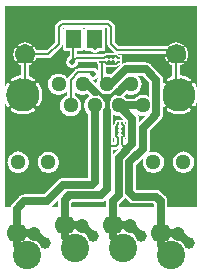
<source format=gbr>
G04 start of page 4 for group 2 idx 13 *
G04 Title: (unknown), jump *
G04 Creator: pcb 4.2.0 *
G04 CreationDate: Sun Aug 30 22:39:59 2020 UTC *
G04 For: commonadmin *
G04 Format: Gerber/RS-274X *
G04 PCB-Dimensions (mil): 1000.00 1250.00 *
G04 PCB-Coordinate-Origin: lower left *
%MOIN*%
%FSLAX25Y25*%
%LNBOTTOM*%
%ADD46C,0.0197*%
%ADD45C,0.0295*%
%ADD44C,0.0787*%
%ADD43C,0.0354*%
%ADD42C,0.0492*%
%ADD41C,0.0100*%
%ADD40C,0.0200*%
%ADD39C,0.0394*%
%ADD38C,0.0472*%
%ADD37C,0.0945*%
%ADD36C,0.0512*%
%ADD35C,0.1102*%
%ADD34C,0.0669*%
%ADD33C,0.0160*%
%ADD32C,0.0140*%
%ADD31C,0.0060*%
%ADD30C,0.0250*%
%ADD29C,0.0001*%
G54D29*G36*
X74487Y99004D02*X74514Y98800D01*
X74528Y98504D01*
X74514Y98208D01*
X74487Y98004D01*
Y99004D01*
G37*
G36*
Y114500D02*X78000D01*
Y87456D01*
X77860Y87789D01*
X77590Y88299D01*
X77277Y88782D01*
X77226Y88844D01*
X77166Y88896D01*
X77099Y88938D01*
X77026Y88969D01*
X76949Y88988D01*
X76869Y88995D01*
X76790Y88990D01*
X76712Y88972D01*
X76639Y88942D01*
X76571Y88901D01*
X76510Y88850D01*
X76457Y88790D01*
X76415Y88723D01*
X76384Y88650D01*
X76365Y88572D01*
X76358Y88493D01*
X76363Y88414D01*
X76381Y88336D01*
X76411Y88263D01*
X76453Y88195D01*
X76722Y87789D01*
X76950Y87359D01*
X77139Y86909D01*
X77287Y86445D01*
X77394Y85970D01*
X77459Y85487D01*
X77480Y85000D01*
X77459Y84513D01*
X77394Y84030D01*
X77287Y83555D01*
X77139Y83091D01*
X76950Y82641D01*
X76722Y82211D01*
X76457Y81802D01*
X76416Y81735D01*
X76386Y81662D01*
X76369Y81585D01*
X76363Y81507D01*
X76370Y81428D01*
X76389Y81352D01*
X76420Y81280D01*
X76462Y81213D01*
X76513Y81154D01*
X76574Y81103D01*
X76641Y81063D01*
X76714Y81033D01*
X76791Y81015D01*
X76869Y81010D01*
X76948Y81017D01*
X77024Y81036D01*
X77096Y81067D01*
X77163Y81109D01*
X77223Y81160D01*
X77272Y81221D01*
X77590Y81701D01*
X77860Y82211D01*
X78000Y82544D01*
Y47500D01*
X74487D01*
Y59086D01*
X74647Y59124D01*
X75164Y59339D01*
X75642Y59631D01*
X76068Y59995D01*
X76432Y60421D01*
X76724Y60899D01*
X76939Y61416D01*
X77069Y61961D01*
X77102Y62520D01*
X77069Y63078D01*
X76939Y63623D01*
X76724Y64140D01*
X76432Y64618D01*
X76068Y65044D01*
X75642Y65408D01*
X75164Y65701D01*
X74647Y65915D01*
X74487Y65953D01*
Y78995D01*
X74758Y79109D01*
X75267Y79378D01*
X75751Y79691D01*
X75812Y79742D01*
X75864Y79802D01*
X75907Y79870D01*
X75938Y79943D01*
X75957Y80020D01*
X75964Y80099D01*
X75958Y80178D01*
X75941Y80256D01*
X75911Y80330D01*
X75870Y80398D01*
X75819Y80459D01*
X75759Y80511D01*
X75691Y80553D01*
X75618Y80584D01*
X75541Y80604D01*
X75462Y80611D01*
X75382Y80605D01*
X75305Y80587D01*
X75231Y80558D01*
X75164Y80515D01*
X74758Y80246D01*
X74487Y80103D01*
Y89897D01*
X74758Y89754D01*
X75167Y89489D01*
X75233Y89447D01*
X75306Y89418D01*
X75383Y89400D01*
X75462Y89395D01*
X75540Y89402D01*
X75616Y89421D01*
X75689Y89451D01*
X75756Y89493D01*
X75815Y89545D01*
X75865Y89605D01*
X75906Y89673D01*
X75935Y89746D01*
X75953Y89822D01*
X75958Y89901D01*
X75952Y89979D01*
X75932Y90056D01*
X75902Y90128D01*
X75860Y90195D01*
X75808Y90254D01*
X75747Y90303D01*
X75267Y90622D01*
X74758Y90891D01*
X74487Y91005D01*
Y96352D01*
X74585Y96500D01*
X74749Y96809D01*
X74885Y97132D01*
X74992Y97465D01*
X75069Y97807D01*
X75116Y98154D01*
X75131Y98504D01*
X75116Y98854D01*
X75069Y99201D01*
X74992Y99543D01*
X74885Y99876D01*
X74749Y100199D01*
X74585Y100508D01*
X74487Y100659D01*
Y114500D01*
G37*
G36*
Y80103D02*X74327Y80018D01*
X73878Y79829D01*
X73538Y79721D01*
Y90279D01*
X73878Y90171D01*
X74327Y89982D01*
X74487Y89897D01*
Y80103D01*
G37*
G36*
Y65953D02*X74102Y66046D01*
X73543Y66090D01*
X73538Y66089D01*
Y78678D01*
X73678Y78710D01*
X74227Y78885D01*
X74487Y78995D01*
Y65953D01*
G37*
G36*
Y47500D02*X73538D01*
Y58950D01*
X73543Y58950D01*
X74102Y58994D01*
X74487Y59086D01*
Y47500D01*
G37*
G36*
X73538Y114500D02*X74487D01*
Y100659D01*
X74394Y100802D01*
X74364Y100839D01*
X74328Y100870D01*
X74287Y100895D01*
X74243Y100914D01*
X74197Y100925D01*
X74149Y100929D01*
X74102Y100926D01*
X74055Y100915D01*
X74011Y100897D01*
X73970Y100873D01*
X73934Y100842D01*
X73902Y100806D01*
X73877Y100765D01*
X73858Y100721D01*
X73847Y100675D01*
X73843Y100627D01*
X73846Y100580D01*
X73857Y100533D01*
X73875Y100489D01*
X73900Y100449D01*
X74065Y100202D01*
X74204Y99940D01*
X74319Y99666D01*
X74410Y99384D01*
X74475Y99094D01*
X74487Y99004D01*
Y98004D01*
X74475Y97913D01*
X74410Y97624D01*
X74319Y97341D01*
X74204Y97068D01*
X74065Y96806D01*
X73903Y96557D01*
X73878Y96517D01*
X73860Y96474D01*
X73849Y96428D01*
X73846Y96380D01*
X73850Y96333D01*
X73862Y96288D01*
X73880Y96244D01*
X73905Y96204D01*
X73936Y96168D01*
X73972Y96138D01*
X74012Y96114D01*
X74056Y96096D01*
X74102Y96085D01*
X74149Y96082D01*
X74196Y96086D01*
X74242Y96097D01*
X74286Y96116D01*
X74326Y96141D01*
X74361Y96171D01*
X74391Y96208D01*
X74487Y96352D01*
Y91005D01*
X74227Y91115D01*
X73678Y91290D01*
X73538Y91322D01*
Y95347D01*
X73547Y95357D01*
X73572Y95398D01*
X73591Y95442D01*
X73602Y95488D01*
X73607Y95536D01*
X73603Y95583D01*
X73592Y95630D01*
X73574Y95674D01*
X73550Y95715D01*
X73538Y95729D01*
Y101284D01*
X73547Y101295D01*
X73571Y101335D01*
X73589Y101379D01*
X73600Y101425D01*
X73603Y101472D01*
X73599Y101519D01*
X73588Y101565D01*
X73569Y101609D01*
X73544Y101649D01*
X73538Y101656D01*
Y114500D01*
G37*
G36*
Y95729D02*X73519Y95751D01*
X73483Y95783D01*
X73442Y95808D01*
X73399Y95827D01*
X73352Y95838D01*
X73305Y95842D01*
X73257Y95839D01*
X73211Y95828D01*
X73166Y95810D01*
X73126Y95785D01*
X72879Y95620D01*
X72617Y95481D01*
X72481Y95424D01*
Y98453D01*
X72485Y98504D01*
X72469Y98708D01*
X72469Y98708D01*
X72433Y98859D01*
X72421Y98907D01*
X72389Y98985D01*
X72343Y99096D01*
X72302Y99164D01*
X72236Y99270D01*
X72236Y99271D01*
X72103Y99426D01*
X72064Y99459D01*
X70640Y100883D01*
X70607Y100922D01*
X70452Y101055D01*
X70452Y101055D01*
X70345Y101120D01*
X70277Y101162D01*
X70166Y101208D01*
X70088Y101240D01*
X70040Y101252D01*
X69889Y101288D01*
X69889Y101288D01*
X69685Y101304D01*
X69634Y101300D01*
X69352D01*
X69483Y101388D01*
X69745Y101527D01*
X70019Y101642D01*
X70301Y101733D01*
X70591Y101798D01*
X70885Y101837D01*
X71181Y101850D01*
X71478Y101837D01*
X71772Y101798D01*
X72061Y101733D01*
X72344Y101642D01*
X72617Y101527D01*
X72879Y101388D01*
X73128Y101226D01*
X73168Y101201D01*
X73212Y101183D01*
X73257Y101172D01*
X73305Y101169D01*
X73352Y101173D01*
X73397Y101184D01*
X73441Y101203D01*
X73481Y101228D01*
X73517Y101259D01*
X73538Y101284D01*
Y95729D01*
G37*
G36*
Y91322D02*X73115Y91416D01*
X72544Y91493D01*
X72481Y91495D01*
Y94776D01*
X72553Y94800D01*
X72876Y94936D01*
X73185Y95100D01*
X73479Y95291D01*
X73516Y95321D01*
X73538Y95347D01*
Y91322D01*
G37*
G36*
Y47500D02*X68219D01*
Y49412D01*
X68225Y49500D01*
X68198Y49853D01*
X68115Y50197D01*
X68075Y50293D01*
X67979Y50525D01*
X67865Y50712D01*
X67794Y50827D01*
X67794Y50827D01*
X67564Y51096D01*
X67497Y51153D01*
X66122Y52529D01*
X66064Y52596D01*
X65795Y52826D01*
X65795Y52826D01*
X65680Y52896D01*
X65493Y53011D01*
X65262Y53107D01*
X65166Y53146D01*
X64822Y53229D01*
X64469Y53257D01*
X64380Y53250D01*
X57900D01*
X57719Y53432D01*
Y61537D01*
X60324Y64142D01*
X60323Y64140D01*
X60109Y63623D01*
X59978Y63078D01*
X59934Y62520D01*
X59978Y61961D01*
X60109Y61416D01*
X60323Y60899D01*
X60616Y60421D01*
X60980Y59995D01*
X61406Y59631D01*
X61883Y59339D01*
X62401Y59124D01*
X62945Y58994D01*
X63504Y58950D01*
X64062Y58994D01*
X64607Y59124D01*
X65125Y59339D01*
X65602Y59631D01*
X66028Y59995D01*
X66392Y60421D01*
X66685Y60899D01*
X66899Y61416D01*
X67030Y61961D01*
X67063Y62520D01*
X67030Y63078D01*
X66899Y63623D01*
X66685Y64140D01*
X66392Y64618D01*
X66028Y65044D01*
X65602Y65408D01*
X65125Y65701D01*
X64607Y65915D01*
X64062Y66046D01*
X63504Y66090D01*
X62945Y66046D01*
X62401Y65915D01*
X61883Y65701D01*
X61812Y65657D01*
X61826Y65673D01*
X61826Y65673D01*
X62011Y65975D01*
X62146Y66303D01*
X62229Y66647D01*
X62257Y67000D01*
X62250Y67088D01*
Y73068D01*
X64497Y75315D01*
X64564Y75373D01*
X64794Y75642D01*
X64794Y75642D01*
X64798Y75647D01*
X65997Y76847D01*
X66064Y76904D01*
X66294Y77173D01*
X66294Y77173D01*
X66479Y77475D01*
X66615Y77803D01*
X66698Y78147D01*
X66725Y78500D01*
X66719Y78588D01*
Y81150D01*
X66771Y81104D01*
X66838Y81062D01*
X66911Y81031D01*
X66988Y81012D01*
X67068Y81005D01*
X67147Y81010D01*
X67225Y81028D01*
X67298Y81058D01*
X67366Y81099D01*
X67427Y81150D01*
X67480Y81210D01*
X67522Y81277D01*
X67553Y81350D01*
X67572Y81428D01*
X67579Y81507D01*
X67574Y81586D01*
X67556Y81664D01*
X67526Y81737D01*
X67484Y81805D01*
X67215Y82211D01*
X66987Y82641D01*
X66798Y83091D01*
X66719Y83339D01*
Y86661D01*
X66798Y86909D01*
X66987Y87359D01*
X67215Y87789D01*
X67480Y88198D01*
X67521Y88265D01*
X67551Y88338D01*
X67568Y88415D01*
X67574Y88493D01*
X67567Y88572D01*
X67548Y88648D01*
X67517Y88720D01*
X67475Y88787D01*
X67424Y88846D01*
X67363Y88897D01*
X67296Y88937D01*
X67223Y88967D01*
X67146Y88985D01*
X67068Y88990D01*
X66989Y88983D01*
X66913Y88964D01*
X66841Y88933D01*
X66774Y88891D01*
X66719Y88843D01*
Y89912D01*
X66725Y90000D01*
X66698Y90353D01*
X66615Y90697D01*
X66575Y90793D01*
X66479Y91025D01*
X66365Y91212D01*
X66294Y91327D01*
X66294Y91327D01*
X66064Y91596D01*
X65997Y91653D01*
X62622Y95029D01*
X62564Y95096D01*
X62295Y95326D01*
X62295Y95326D01*
X62180Y95396D01*
X61993Y95511D01*
X61762Y95607D01*
X61666Y95646D01*
X61322Y95729D01*
X60969Y95757D01*
X60880Y95750D01*
X54557D01*
X54469Y95757D01*
X54115Y95729D01*
X53771Y95646D01*
X53444Y95511D01*
X53142Y95326D01*
X53142Y95326D01*
X52873Y95096D01*
X52815Y95029D01*
X49541Y91754D01*
X49095Y91939D01*
X48551Y92069D01*
X47992Y92113D01*
X47800Y92098D01*
Y94405D01*
X47900Y94397D01*
X47939Y94400D01*
X48061D01*
X48100Y94397D01*
X48139Y94400D01*
X49261D01*
X49300Y94397D01*
X49339Y94400D01*
X49461D01*
X49500Y94397D01*
X49539Y94400D01*
X50661D01*
X50700Y94397D01*
X50739Y94400D01*
X50961D01*
X51000Y94397D01*
X51157Y94409D01*
X51157Y94409D01*
X51310Y94446D01*
X51455Y94506D01*
X51590Y94588D01*
X51709Y94691D01*
X51735Y94721D01*
X52018Y95004D01*
X52510Y95006D01*
X52617Y95032D01*
X52719Y95074D01*
X52813Y95132D01*
X52896Y95204D01*
X52968Y95287D01*
X53026Y95381D01*
X53068Y95483D01*
X53094Y95590D01*
X53100Y95700D01*
X53094Y96410D01*
X53068Y96517D01*
X53026Y96619D01*
X53006Y96650D01*
X53026Y96681D01*
X53068Y96783D01*
X53094Y96890D01*
X53100Y97000D01*
X53094Y97710D01*
X53068Y97817D01*
X53026Y97919D01*
X52968Y98013D01*
X52896Y98096D01*
X52813Y98168D01*
X52719Y98226D01*
X52617Y98268D01*
X52510Y98294D01*
X52400Y98300D01*
X52016Y98298D01*
X51635Y98679D01*
X51617Y98700D01*
X67239D01*
X67231Y98504D01*
X67246Y98154D01*
X67293Y97807D01*
X67370Y97465D01*
X67477Y97132D01*
X67613Y96809D01*
X67777Y96500D01*
X67968Y96206D01*
X67998Y96169D01*
X68034Y96138D01*
X68075Y96113D01*
X68119Y96094D01*
X68165Y96083D01*
X68213Y96078D01*
X68260Y96082D01*
X68307Y96093D01*
X68351Y96111D01*
X68392Y96135D01*
X68429Y96166D01*
X68460Y96202D01*
X68485Y96243D01*
X68504Y96287D01*
X68515Y96333D01*
X68519Y96380D01*
X68516Y96428D01*
X68505Y96475D01*
X68487Y96519D01*
X68462Y96559D01*
X68297Y96806D01*
X68158Y97068D01*
X68043Y97341D01*
X67952Y97624D01*
X67887Y97913D01*
X67848Y98208D01*
X67835Y98504D01*
X67843Y98700D01*
X69147D01*
X69881Y97965D01*
Y95424D01*
X69745Y95481D01*
X69483Y95620D01*
X69234Y95782D01*
X69194Y95807D01*
X69151Y95825D01*
X69105Y95836D01*
X69058Y95839D01*
X69011Y95835D01*
X68965Y95823D01*
X68921Y95805D01*
X68881Y95780D01*
X68845Y95749D01*
X68815Y95713D01*
X68791Y95673D01*
X68773Y95629D01*
X68762Y95583D01*
X68759Y95536D01*
X68763Y95489D01*
X68774Y95443D01*
X68793Y95399D01*
X68818Y95359D01*
X68849Y95324D01*
X68885Y95294D01*
X69177Y95100D01*
X69486Y94936D01*
X69809Y94800D01*
X69881Y94776D01*
Y91169D01*
X69710Y91115D01*
X69179Y90891D01*
X68670Y90622D01*
X68186Y90309D01*
X68125Y90258D01*
X68073Y90198D01*
X68030Y90130D01*
X67999Y90057D01*
X67980Y89980D01*
X67973Y89901D01*
X67979Y89822D01*
X67996Y89744D01*
X68026Y89670D01*
X68067Y89602D01*
X68118Y89541D01*
X68178Y89489D01*
X68246Y89447D01*
X68319Y89416D01*
X68396Y89396D01*
X68475Y89389D01*
X68555Y89395D01*
X68632Y89413D01*
X68706Y89442D01*
X68773Y89485D01*
X69179Y89754D01*
X69610Y89982D01*
X69881Y90096D01*
Y85838D01*
X69877Y85787D01*
X69893Y85584D01*
X69893Y85583D01*
X69941Y85384D01*
X70019Y85195D01*
X70060Y85129D01*
X70126Y85021D01*
X70126Y85021D01*
X70259Y84865D01*
X70298Y84832D01*
X71049Y84081D01*
X71202Y83945D01*
X71376Y83838D01*
X71566Y83760D01*
X71765Y83712D01*
X71969Y83696D01*
X72172Y83712D01*
X72371Y83760D01*
X72561Y83838D01*
X72735Y83945D01*
X72891Y84078D01*
X73023Y84234D01*
X73130Y84408D01*
X73209Y84597D01*
X73256Y84796D01*
X73273Y85000D01*
X73256Y85204D01*
X73209Y85403D01*
X73130Y85592D01*
X73023Y85766D01*
X72888Y85919D01*
X72481Y86326D01*
Y90487D01*
X72938Y90426D01*
X73414Y90319D01*
X73538Y90279D01*
Y79721D01*
X73414Y79681D01*
X72938Y79574D01*
X72455Y79510D01*
X71969Y79488D01*
X71482Y79510D01*
X70999Y79574D01*
X70523Y79681D01*
X70059Y79829D01*
X69610Y80018D01*
X69179Y80246D01*
X68770Y80511D01*
X68704Y80553D01*
X68631Y80582D01*
X68554Y80600D01*
X68475Y80605D01*
X68397Y80598D01*
X68321Y80579D01*
X68248Y80549D01*
X68181Y80507D01*
X68122Y80455D01*
X68072Y80395D01*
X68031Y80327D01*
X68002Y80254D01*
X67984Y80178D01*
X67979Y80099D01*
X67985Y80021D01*
X68005Y79944D01*
X68035Y79872D01*
X68077Y79805D01*
X68129Y79746D01*
X68190Y79697D01*
X68670Y79378D01*
X69179Y79109D01*
X69710Y78885D01*
X70259Y78710D01*
X70822Y78584D01*
X71393Y78507D01*
X71969Y78482D01*
X72544Y78507D01*
X73115Y78584D01*
X73538Y78678D01*
Y66089D01*
X72985Y66046D01*
X72440Y65915D01*
X71923Y65701D01*
X71445Y65408D01*
X71019Y65044D01*
X70655Y64618D01*
X70362Y64140D01*
X70148Y63623D01*
X70017Y63078D01*
X69973Y62520D01*
X70017Y61961D01*
X70148Y61416D01*
X70362Y60899D01*
X70655Y60421D01*
X71019Y59995D01*
X71445Y59631D01*
X71923Y59339D01*
X72440Y59124D01*
X72985Y58994D01*
X73538Y58950D01*
Y47500D01*
G37*
G36*
X20786Y114500D02*X73538D01*
Y101656D01*
X73514Y101684D01*
X73477Y101714D01*
X73185Y101908D01*
X72876Y102072D01*
X72553Y102208D01*
X72220Y102315D01*
X71878Y102392D01*
X71531Y102439D01*
X71181Y102454D01*
X70831Y102439D01*
X70484Y102392D01*
X70142Y102315D01*
X69809Y102208D01*
X69486Y102072D01*
X69177Y101908D01*
X68883Y101717D01*
X68846Y101687D01*
X68815Y101651D01*
X68790Y101610D01*
X68771Y101566D01*
X68760Y101520D01*
X68756Y101472D01*
X68759Y101425D01*
X68770Y101378D01*
X68788Y101334D01*
X68808Y101300D01*
X52007D01*
X50769Y102538D01*
Y107449D01*
X50773Y107500D01*
X50756Y107704D01*
X50756Y107704D01*
X50720Y107855D01*
X50709Y107903D01*
X50676Y107981D01*
X50630Y108092D01*
X50589Y108160D01*
X50523Y108266D01*
X50523Y108267D01*
X50391Y108422D01*
X50352Y108455D01*
X49424Y109383D01*
X49391Y109422D01*
X49235Y109555D01*
X49235Y109555D01*
X49128Y109620D01*
X49061Y109662D01*
X48950Y109708D01*
X48871Y109740D01*
X48824Y109752D01*
X48672Y109788D01*
X48672Y109788D01*
X48469Y109804D01*
X48418Y109800D01*
X33019D01*
X32969Y109804D01*
X32765Y109788D01*
X32566Y109740D01*
X32376Y109662D01*
X32202Y109555D01*
X32202Y109555D01*
X32046Y109422D01*
X32013Y109383D01*
X31085Y108455D01*
X31046Y108422D01*
X30914Y108266D01*
X30807Y108092D01*
X30728Y107903D01*
X30681Y107704D01*
X30681Y107704D01*
X30664Y107500D01*
X30669Y107449D01*
Y102538D01*
X27934Y99804D01*
X24515D01*
X24492Y99876D01*
X24356Y100199D01*
X24191Y100508D01*
X24001Y100802D01*
X23970Y100839D01*
X23934Y100870D01*
X23893Y100895D01*
X23850Y100914D01*
X23803Y100925D01*
X23756Y100929D01*
X23708Y100926D01*
X23662Y100915D01*
X23617Y100897D01*
X23576Y100873D01*
X23540Y100842D01*
X23509Y100806D01*
X23483Y100765D01*
X23465Y100721D01*
X23453Y100675D01*
X23449Y100627D01*
X23453Y100580D01*
X23463Y100533D01*
X23481Y100489D01*
X23507Y100449D01*
X23671Y100202D01*
X23810Y99940D01*
X23867Y99804D01*
X20838D01*
X20787Y99808D01*
X20786Y99808D01*
Y101850D01*
X20787Y101850D01*
X21084Y101837D01*
X21378Y101798D01*
X21667Y101733D01*
X21950Y101642D01*
X22223Y101527D01*
X22485Y101388D01*
X22734Y101226D01*
X22774Y101201D01*
X22818Y101183D01*
X22864Y101172D01*
X22911Y101169D01*
X22958Y101173D01*
X23004Y101184D01*
X23047Y101203D01*
X23087Y101228D01*
X23123Y101259D01*
X23153Y101295D01*
X23178Y101335D01*
X23196Y101379D01*
X23206Y101425D01*
X23210Y101472D01*
X23206Y101519D01*
X23194Y101565D01*
X23176Y101609D01*
X23151Y101649D01*
X23120Y101684D01*
X23083Y101714D01*
X22792Y101908D01*
X22482Y102072D01*
X22160Y102208D01*
X21826Y102315D01*
X21484Y102392D01*
X21137Y102439D01*
X20787Y102454D01*
X20786Y102454D01*
Y114500D01*
G37*
G36*
X25454Y85761D02*X25490Y85487D01*
X25512Y85000D01*
X25490Y84513D01*
X25454Y84239D01*
Y85761D01*
G37*
G36*
X37245Y84770D02*Y86243D01*
X37436Y86019D01*
X37862Y85655D01*
X38340Y85362D01*
X38857Y85148D01*
X39402Y85017D01*
X39961Y84973D01*
X40519Y85017D01*
X41064Y85148D01*
X41470Y85316D01*
X42227Y84559D01*
X41878Y84345D01*
X41452Y83981D01*
X41088Y83555D01*
X40795Y83077D01*
X40581Y82560D01*
X40450Y82015D01*
X40406Y81457D01*
X40450Y80898D01*
X40581Y80353D01*
X40795Y79836D01*
X41088Y79358D01*
X41452Y78932D01*
X41726Y78698D01*
Y57250D01*
X33557D01*
X33469Y57257D01*
X33115Y57229D01*
X32771Y57146D01*
X32444Y57011D01*
X32142Y56826D01*
X32142Y56826D01*
X31873Y56596D01*
X31815Y56529D01*
X27037Y51750D01*
X25454D01*
Y60621D01*
X25576Y60421D01*
X25940Y59995D01*
X26366Y59631D01*
X26844Y59339D01*
X27361Y59124D01*
X27906Y58994D01*
X28465Y58950D01*
X29023Y58994D01*
X29568Y59124D01*
X30085Y59339D01*
X30563Y59631D01*
X30989Y59995D01*
X31353Y60421D01*
X31645Y60899D01*
X31860Y61416D01*
X31991Y61961D01*
X32024Y62520D01*
X31991Y63078D01*
X31860Y63623D01*
X31645Y64140D01*
X31353Y64618D01*
X30989Y65044D01*
X30563Y65408D01*
X30085Y65701D01*
X29568Y65915D01*
X29023Y66046D01*
X28465Y66090D01*
X27906Y66046D01*
X27361Y65915D01*
X26844Y65701D01*
X26366Y65408D01*
X25940Y65044D01*
X25576Y64618D01*
X25454Y64418D01*
Y81448D01*
X25622Y81701D01*
X25891Y82211D01*
X26115Y82742D01*
X26290Y83291D01*
X26416Y83853D01*
X26493Y84424D01*
X26518Y85000D01*
X26493Y85576D01*
X26416Y86147D01*
X26290Y86709D01*
X26115Y87258D01*
X25891Y87789D01*
X25622Y88299D01*
X25454Y88558D01*
Y97204D01*
X28422D01*
X28472Y97200D01*
X28676Y97216D01*
X28676Y97216D01*
X28875Y97264D01*
X29064Y97342D01*
X29239Y97449D01*
X29395Y97582D01*
X29428Y97621D01*
X32852Y101045D01*
X32891Y101078D01*
X33023Y101233D01*
X33023Y101234D01*
X33130Y101408D01*
X33209Y101597D01*
X33256Y101796D01*
X33273Y102000D01*
X33269Y102051D01*
Y106962D01*
X33507Y107200D01*
X33660D01*
X33614Y107161D01*
X33512Y107042D01*
X33430Y106907D01*
X33370Y106762D01*
X33333Y106609D01*
X33324Y106452D01*
X33333Y100391D01*
X33370Y100238D01*
X33430Y100093D01*
X33512Y99958D01*
X33614Y99839D01*
X33734Y99736D01*
X33868Y99654D01*
X34014Y99594D01*
X34167Y99557D01*
X34324Y99548D01*
X35583Y99550D01*
Y97798D01*
X35558Y97788D01*
X35289Y97623D01*
X35050Y97419D01*
X34845Y97179D01*
X34681Y96911D01*
X34561Y96620D01*
X34487Y96314D01*
X34462Y96000D01*
X34487Y95686D01*
X34561Y95380D01*
X34681Y95089D01*
X34845Y94821D01*
X35050Y94581D01*
X35289Y94377D01*
X35558Y94212D01*
X35849Y94092D01*
X36155Y94019D01*
X36469Y93994D01*
X36782Y94019D01*
X37088Y94092D01*
X37379Y94212D01*
X37648Y94377D01*
X37887Y94581D01*
X38092Y94821D01*
X38256Y95089D01*
X38376Y95380D01*
X38450Y95686D01*
X38469Y96000D01*
X44703D01*
X44706Y95590D01*
X44732Y95483D01*
X44774Y95381D01*
X44832Y95287D01*
X44904Y95204D01*
X44987Y95132D01*
X45081Y95074D01*
X45183Y95032D01*
X45200Y95028D01*
Y93002D01*
X45092Y93179D01*
X44887Y93419D01*
X44648Y93623D01*
X44379Y93788D01*
X44088Y93908D01*
X43782Y93981D01*
X43469Y94006D01*
X43155Y93981D01*
X42849Y93908D01*
X42588Y93800D01*
X38519D01*
X38469Y93804D01*
X38265Y93788D01*
X38066Y93740D01*
X37876Y93662D01*
X37702Y93555D01*
X37702Y93555D01*
X37546Y93422D01*
X37513Y93383D01*
X35062Y90932D01*
X35023Y90898D01*
X34890Y90743D01*
X34823Y90633D01*
X34817Y90642D01*
X34454Y91068D01*
X34028Y91432D01*
X33550Y91724D01*
X33032Y91939D01*
X32488Y92069D01*
X31929Y92113D01*
X31371Y92069D01*
X30826Y91939D01*
X30308Y91724D01*
X29831Y91432D01*
X29405Y91068D01*
X29041Y90642D01*
X28748Y90164D01*
X28534Y89647D01*
X28403Y89102D01*
X28359Y88543D01*
X28403Y87985D01*
X28534Y87440D01*
X28748Y86923D01*
X29041Y86445D01*
X29405Y86019D01*
X29831Y85655D01*
X30308Y85362D01*
X30826Y85148D01*
X31371Y85017D01*
X31929Y84973D01*
X32488Y85017D01*
X33032Y85148D01*
X33550Y85362D01*
X34028Y85655D01*
X34454Y86019D01*
X34645Y86243D01*
Y84770D01*
X34324Y84638D01*
X33846Y84345D01*
X33420Y83981D01*
X33057Y83555D01*
X32764Y83077D01*
X32550Y82560D01*
X32419Y82015D01*
X32375Y81457D01*
X32419Y80898D01*
X32550Y80353D01*
X32764Y79836D01*
X33057Y79358D01*
X33420Y78932D01*
X33846Y78568D01*
X34324Y78276D01*
X34842Y78061D01*
X35386Y77931D01*
X35945Y77887D01*
X36503Y77931D01*
X37048Y78061D01*
X37566Y78276D01*
X38043Y78568D01*
X38469Y78932D01*
X38833Y79358D01*
X39126Y79836D01*
X39340Y80353D01*
X39471Y80898D01*
X39504Y81457D01*
X39471Y82015D01*
X39340Y82560D01*
X39126Y83077D01*
X38833Y83555D01*
X38469Y83981D01*
X38043Y84345D01*
X37566Y84638D01*
X37245Y84770D01*
G37*
G36*
X25454Y51750D02*X20786D01*
Y59855D01*
X20950Y59995D01*
X21313Y60421D01*
X21606Y60899D01*
X21820Y61416D01*
X21951Y61961D01*
X21984Y62520D01*
X21951Y63078D01*
X21820Y63623D01*
X21606Y64140D01*
X21313Y64618D01*
X20950Y65044D01*
X20786Y65184D01*
Y78535D01*
X21147Y78584D01*
X21709Y78710D01*
X22258Y78885D01*
X22789Y79109D01*
X23299Y79378D01*
X23782Y79691D01*
X23844Y79742D01*
X23896Y79802D01*
X23938Y79870D01*
X23969Y79943D01*
X23988Y80020D01*
X23995Y80099D01*
X23990Y80178D01*
X23972Y80256D01*
X23942Y80330D01*
X23901Y80398D01*
X23850Y80459D01*
X23790Y80511D01*
X23723Y80553D01*
X23650Y80584D01*
X23572Y80604D01*
X23493Y80611D01*
X23414Y80605D01*
X23336Y80587D01*
X23263Y80558D01*
X23195Y80515D01*
X22789Y80246D01*
X22359Y80018D01*
X21909Y79829D01*
X21445Y79681D01*
X20970Y79574D01*
X20786Y79550D01*
Y83962D01*
X20919Y84081D01*
X21671Y84832D01*
X21709Y84865D01*
X21842Y85021D01*
X21842Y85021D01*
X21949Y85195D01*
X22028Y85384D01*
X22075Y85583D01*
X22091Y85787D01*
X22087Y85838D01*
Y90096D01*
X22359Y89982D01*
X22789Y89754D01*
X23198Y89489D01*
X23265Y89447D01*
X23338Y89418D01*
X23415Y89400D01*
X23493Y89395D01*
X23572Y89402D01*
X23648Y89421D01*
X23720Y89451D01*
X23787Y89493D01*
X23846Y89545D01*
X23897Y89605D01*
X23937Y89673D01*
X23967Y89746D01*
X23985Y89822D01*
X23990Y89901D01*
X23983Y89979D01*
X23964Y90056D01*
X23933Y90128D01*
X23891Y90195D01*
X23840Y90254D01*
X23779Y90303D01*
X23299Y90622D01*
X22789Y90891D01*
X22258Y91115D01*
X22087Y91169D01*
Y94776D01*
X22160Y94800D01*
X22482Y94936D01*
X22792Y95100D01*
X23085Y95291D01*
X23122Y95321D01*
X23153Y95357D01*
X23179Y95398D01*
X23197Y95442D01*
X23209Y95488D01*
X23213Y95536D01*
X23209Y95583D01*
X23199Y95630D01*
X23181Y95674D01*
X23156Y95715D01*
X23125Y95751D01*
X23089Y95783D01*
X23049Y95808D01*
X23005Y95827D01*
X22958Y95838D01*
X22911Y95842D01*
X22863Y95839D01*
X22817Y95828D01*
X22773Y95810D01*
X22732Y95785D01*
X22485Y95620D01*
X22223Y95481D01*
X22087Y95424D01*
Y97204D01*
X23867D01*
X23810Y97068D01*
X23671Y96806D01*
X23509Y96557D01*
X23484Y96517D01*
X23466Y96474D01*
X23456Y96428D01*
X23452Y96380D01*
X23456Y96333D01*
X23468Y96288D01*
X23486Y96244D01*
X23511Y96204D01*
X23542Y96168D01*
X23578Y96138D01*
X23619Y96114D01*
X23663Y96096D01*
X23708Y96085D01*
X23756Y96082D01*
X23803Y96086D01*
X23848Y96097D01*
X23892Y96116D01*
X23932Y96141D01*
X23968Y96171D01*
X23997Y96208D01*
X24191Y96500D01*
X24356Y96809D01*
X24492Y97132D01*
X24515Y97204D01*
X25454D01*
Y88558D01*
X25309Y88782D01*
X25258Y88844D01*
X25198Y88896D01*
X25130Y88938D01*
X25057Y88969D01*
X24980Y88988D01*
X24901Y88995D01*
X24822Y88990D01*
X24744Y88972D01*
X24670Y88942D01*
X24602Y88901D01*
X24541Y88850D01*
X24489Y88790D01*
X24447Y88723D01*
X24416Y88650D01*
X24396Y88572D01*
X24389Y88493D01*
X24395Y88414D01*
X24413Y88336D01*
X24442Y88263D01*
X24485Y88195D01*
X24754Y87789D01*
X24982Y87359D01*
X25171Y86909D01*
X25319Y86445D01*
X25426Y85970D01*
X25454Y85761D01*
Y84239D01*
X25426Y84030D01*
X25319Y83555D01*
X25171Y83091D01*
X24982Y82641D01*
X24754Y82211D01*
X24489Y81802D01*
X24447Y81735D01*
X24418Y81662D01*
X24400Y81585D01*
X24395Y81507D01*
X24402Y81428D01*
X24421Y81352D01*
X24451Y81280D01*
X24493Y81213D01*
X24545Y81154D01*
X24605Y81103D01*
X24673Y81063D01*
X24746Y81033D01*
X24822Y81015D01*
X24901Y81010D01*
X24979Y81017D01*
X25056Y81036D01*
X25128Y81067D01*
X25195Y81109D01*
X25254Y81160D01*
X25303Y81221D01*
X25454Y81448D01*
Y64418D01*
X25284Y64140D01*
X25069Y63623D01*
X24938Y63078D01*
X24895Y62520D01*
X24938Y61961D01*
X25069Y61416D01*
X25284Y60899D01*
X25454Y60621D01*
Y51750D01*
G37*
G36*
X17481Y78995D02*X17742Y78885D01*
X18291Y78710D01*
X18853Y78584D01*
X19424Y78507D01*
X20000Y78482D01*
X20576Y78507D01*
X20786Y78535D01*
Y65184D01*
X20524Y65408D01*
X20046Y65701D01*
X19528Y65915D01*
X18984Y66046D01*
X18425Y66090D01*
X17867Y66046D01*
X17481Y65953D01*
Y78995D01*
G37*
G36*
Y89897D02*X17641Y89982D01*
X18091Y90171D01*
X18555Y90319D01*
X19030Y90426D01*
X19487Y90487D01*
Y86326D01*
X19081Y85919D01*
X18945Y85766D01*
X18838Y85592D01*
X18760Y85403D01*
X18712Y85204D01*
X18696Y85000D01*
X18712Y84796D01*
X18760Y84597D01*
X18838Y84408D01*
X18945Y84234D01*
X19078Y84078D01*
X19234Y83945D01*
X19408Y83838D01*
X19597Y83760D01*
X19796Y83712D01*
X20000Y83696D01*
X20204Y83712D01*
X20403Y83760D01*
X20592Y83838D01*
X20766Y83945D01*
X20786Y83962D01*
Y79550D01*
X20487Y79510D01*
X20000Y79488D01*
X19513Y79510D01*
X19030Y79574D01*
X18555Y79681D01*
X18091Y79829D01*
X17641Y80018D01*
X17481Y80103D01*
Y89897D01*
G37*
G36*
Y114500D02*X20786D01*
Y102454D01*
X20437Y102439D01*
X20090Y102392D01*
X19749Y102315D01*
X19415Y102208D01*
X19092Y102072D01*
X18783Y101908D01*
X18489Y101717D01*
X18453Y101687D01*
X18421Y101651D01*
X18396Y101610D01*
X18378Y101566D01*
X18366Y101520D01*
X18362Y101472D01*
X18365Y101425D01*
X18376Y101378D01*
X18394Y101334D01*
X18419Y101293D01*
X18449Y101256D01*
X18485Y101225D01*
X18526Y101200D01*
X18570Y101181D01*
X18616Y101170D01*
X18664Y101166D01*
X18711Y101169D01*
X18758Y101180D01*
X18802Y101198D01*
X18843Y101223D01*
X19089Y101388D01*
X19352Y101527D01*
X19625Y101642D01*
X19907Y101733D01*
X20197Y101798D01*
X20491Y101837D01*
X20786Y101850D01*
Y99808D01*
X20583Y99792D01*
X20384Y99744D01*
X20195Y99666D01*
X20021Y99559D01*
X19865Y99426D01*
X19732Y99270D01*
X19626Y99096D01*
X19547Y98907D01*
X19499Y98708D01*
X19483Y98504D01*
X19487Y98453D01*
Y95424D01*
X19352Y95481D01*
X19089Y95620D01*
X18841Y95782D01*
X18801Y95807D01*
X18757Y95825D01*
X18711Y95836D01*
X18664Y95839D01*
X18617Y95835D01*
X18571Y95823D01*
X18528Y95805D01*
X18487Y95780D01*
X18452Y95749D01*
X18421Y95713D01*
X18397Y95673D01*
X18379Y95629D01*
X18369Y95583D01*
X18365Y95536D01*
X18369Y95489D01*
X18381Y95443D01*
X18399Y95399D01*
X18424Y95359D01*
X18455Y95324D01*
X18492Y95294D01*
X18783Y95100D01*
X19092Y94936D01*
X19415Y94800D01*
X19487Y94776D01*
Y91495D01*
X19424Y91493D01*
X18853Y91416D01*
X18291Y91290D01*
X17742Y91115D01*
X17481Y91005D01*
Y96349D01*
X17574Y96206D01*
X17605Y96169D01*
X17641Y96138D01*
X17681Y96113D01*
X17725Y96094D01*
X17772Y96083D01*
X17819Y96078D01*
X17867Y96082D01*
X17913Y96093D01*
X17958Y96111D01*
X17998Y96135D01*
X18035Y96166D01*
X18066Y96202D01*
X18091Y96243D01*
X18110Y96287D01*
X18122Y96333D01*
X18126Y96380D01*
X18122Y96428D01*
X18111Y96475D01*
X18094Y96519D01*
X18068Y96559D01*
X17904Y96806D01*
X17765Y97068D01*
X17649Y97341D01*
X17559Y97624D01*
X17493Y97913D01*
X17481Y98004D01*
Y99004D01*
X17493Y99094D01*
X17559Y99384D01*
X17649Y99666D01*
X17765Y99940D01*
X17904Y100202D01*
X18065Y100451D01*
X18091Y100491D01*
X18108Y100534D01*
X18119Y100580D01*
X18122Y100627D01*
X18118Y100674D01*
X18107Y100720D01*
X18089Y100764D01*
X18064Y100804D01*
X18033Y100840D01*
X17996Y100870D01*
X17956Y100894D01*
X17912Y100912D01*
X17866Y100923D01*
X17819Y100926D01*
X17772Y100922D01*
X17726Y100911D01*
X17683Y100892D01*
X17643Y100867D01*
X17607Y100836D01*
X17577Y100800D01*
X17481Y100655D01*
Y114500D01*
G37*
G36*
X20786Y51750D02*X20557D01*
X20469Y51757D01*
X20115Y51729D01*
X19771Y51646D01*
X19444Y51511D01*
X19142Y51326D01*
X19142Y51326D01*
X18873Y51096D01*
X18815Y51029D01*
X17481Y49695D01*
Y59086D01*
X17867Y58994D01*
X18425Y58950D01*
X18984Y58994D01*
X19528Y59124D01*
X20046Y59339D01*
X20524Y59631D01*
X20786Y59855D01*
Y51750D01*
G37*
G36*
X17481Y98004D02*X17454Y98208D01*
X17441Y98504D01*
X17454Y98800D01*
X17481Y99004D01*
Y98004D01*
G37*
G36*
Y49695D02*X16440Y48653D01*
X16373Y48596D01*
X16143Y48327D01*
X15958Y48025D01*
X15822Y47697D01*
X15775Y47500D01*
X14000D01*
Y82469D01*
X14109Y82211D01*
X14378Y81701D01*
X14691Y81218D01*
X14742Y81156D01*
X14802Y81104D01*
X14870Y81062D01*
X14943Y81031D01*
X15020Y81012D01*
X15099Y81005D01*
X15178Y81010D01*
X15256Y81028D01*
X15330Y81058D01*
X15398Y81099D01*
X15459Y81150D01*
X15511Y81210D01*
X15553Y81277D01*
X15584Y81350D01*
X15604Y81428D01*
X15611Y81507D01*
X15605Y81586D01*
X15587Y81664D01*
X15558Y81737D01*
X15515Y81805D01*
X15246Y82211D01*
X15018Y82641D01*
X14829Y83091D01*
X14681Y83555D01*
X14574Y84030D01*
X14510Y84513D01*
X14488Y85000D01*
X14510Y85487D01*
X14574Y85970D01*
X14681Y86445D01*
X14829Y86909D01*
X15018Y87359D01*
X15246Y87789D01*
X15511Y88198D01*
X15553Y88265D01*
X15582Y88338D01*
X15600Y88415D01*
X15605Y88493D01*
X15598Y88572D01*
X15579Y88648D01*
X15549Y88720D01*
X15507Y88787D01*
X15455Y88846D01*
X15395Y88897D01*
X15327Y88937D01*
X15254Y88967D01*
X15178Y88985D01*
X15099Y88990D01*
X15021Y88983D01*
X14944Y88964D01*
X14872Y88933D01*
X14805Y88891D01*
X14746Y88840D01*
X14697Y88779D01*
X14378Y88299D01*
X14109Y87789D01*
X14000Y87531D01*
Y114500D01*
X17481D01*
Y100655D01*
X17383Y100508D01*
X17219Y100199D01*
X17083Y99876D01*
X16976Y99543D01*
X16899Y99201D01*
X16853Y98854D01*
X16837Y98504D01*
X16853Y98154D01*
X16899Y97807D01*
X16976Y97465D01*
X17083Y97132D01*
X17219Y96809D01*
X17383Y96500D01*
X17481Y96349D01*
Y91005D01*
X17211Y90891D01*
X16701Y90622D01*
X16218Y90309D01*
X16156Y90258D01*
X16104Y90198D01*
X16062Y90130D01*
X16031Y90057D01*
X16012Y89980D01*
X16005Y89901D01*
X16010Y89822D01*
X16028Y89744D01*
X16058Y89670D01*
X16099Y89602D01*
X16150Y89541D01*
X16210Y89489D01*
X16277Y89447D01*
X16350Y89416D01*
X16428Y89396D01*
X16507Y89389D01*
X16586Y89395D01*
X16664Y89413D01*
X16737Y89442D01*
X16805Y89485D01*
X17211Y89754D01*
X17481Y89897D01*
Y80103D01*
X17211Y80246D01*
X16802Y80511D01*
X16735Y80553D01*
X16662Y80582D01*
X16585Y80600D01*
X16507Y80605D01*
X16428Y80598D01*
X16352Y80579D01*
X16280Y80549D01*
X16213Y80507D01*
X16154Y80455D01*
X16103Y80395D01*
X16063Y80327D01*
X16033Y80254D01*
X16015Y80178D01*
X16010Y80099D01*
X16017Y80021D01*
X16036Y79944D01*
X16067Y79872D01*
X16109Y79805D01*
X16160Y79746D01*
X16221Y79697D01*
X16701Y79378D01*
X17211Y79109D01*
X17481Y78995D01*
Y65953D01*
X17322Y65915D01*
X16804Y65701D01*
X16327Y65408D01*
X15901Y65044D01*
X15537Y64618D01*
X15244Y64140D01*
X15030Y63623D01*
X14899Y63078D01*
X14855Y62520D01*
X14899Y61961D01*
X15030Y61416D01*
X15244Y60899D01*
X15537Y60421D01*
X15901Y59995D01*
X16327Y59631D01*
X16804Y59339D01*
X17322Y59124D01*
X17481Y59086D01*
Y49695D01*
G37*
G36*
X40746Y107200D02*X40700Y107161D01*
X40598Y107042D01*
X40516Y106907D01*
X40456Y106762D01*
X40426Y106637D01*
X40396Y106762D01*
X40335Y106907D01*
X40253Y107042D01*
X40151Y107161D01*
X40106Y107200D01*
X40746D01*
G37*
G36*
X63719Y47500D02*X52219D01*
Y48568D01*
X53513Y49862D01*
X53580Y49920D01*
X53745Y50113D01*
X53834Y50213D01*
X54019Y50515D01*
X54093Y50694D01*
X55315Y49471D01*
X55373Y49404D01*
X55642Y49174D01*
X55642Y49174D01*
X55829Y49059D01*
X55944Y48989D01*
X56271Y48854D01*
X56615Y48771D01*
X56615D01*
X56969Y48743D01*
X57057Y48750D01*
X63537D01*
X63719Y48568D01*
Y47500D01*
G37*
G36*
X50219Y70775D02*X50291Y70691D01*
X50321Y70665D01*
X50510Y70475D01*
X50460Y70353D01*
X50412Y70154D01*
X50400Y69950D01*
Y69300D01*
X50219D01*
Y70775D01*
G37*
G36*
X54175Y70561D02*X54250Y70636D01*
Y70362D01*
X54240Y70403D01*
X54175Y70561D01*
G37*
G36*
X47719Y47500D02*X36175D01*
Y49025D01*
X36400Y49250D01*
X45880D01*
X45969Y49243D01*
X46321Y49271D01*
X46322Y49271D01*
X46666Y49354D01*
X46993Y49489D01*
X47295Y49674D01*
X47564Y49904D01*
X47622Y49971D01*
X47814Y50163D01*
X47739Y49853D01*
X47739Y49853D01*
X47712Y49500D01*
X47719Y49412D01*
Y47500D01*
G37*
G36*
X45719Y54432D02*X45037Y53750D01*
X44900D01*
X45505Y54355D01*
X45572Y54412D01*
X45719Y54583D01*
Y54432D01*
G37*
G36*
X51758Y66940D02*X50456Y65638D01*
X50388Y65580D01*
X50219Y65381D01*
Y66700D01*
X50949D01*
X51000Y66696D01*
X51204Y66712D01*
X51204Y66712D01*
X51403Y66760D01*
X51592Y66838D01*
X51758Y66940D01*
G37*
G36*
X57281Y83707D02*X54767D01*
X54532Y83981D01*
X54106Y84345D01*
X53728Y84577D01*
X54481Y85330D01*
X54920Y85148D01*
X55465Y85017D01*
X56024Y84973D01*
X56582Y85017D01*
X57127Y85148D01*
X57644Y85362D01*
X58122Y85655D01*
X58548Y86019D01*
X58912Y86445D01*
X59205Y86923D01*
X59419Y87440D01*
X59550Y87985D01*
X59583Y88543D01*
X59550Y89102D01*
X59419Y89647D01*
X59205Y90164D01*
X58912Y90642D01*
X58548Y91068D01*
X58335Y91250D01*
X60037D01*
X62219Y89068D01*
Y84276D01*
X62138Y84345D01*
X61660Y84638D01*
X61143Y84852D01*
X60598Y84983D01*
X60039Y85027D01*
X59481Y84983D01*
X58936Y84852D01*
X58419Y84638D01*
X57941Y84345D01*
X57515Y83981D01*
X57281Y83707D01*
G37*
G36*
X60796Y77978D02*X58750Y75932D01*
Y76876D01*
X58757Y76965D01*
X58729Y77318D01*
X58646Y77662D01*
X58607Y77758D01*
X58511Y77989D01*
X58396Y78176D01*
X58326Y78291D01*
X58326Y78291D01*
X58252Y78378D01*
X58419Y78276D01*
X58936Y78061D01*
X59481Y77931D01*
X60039Y77887D01*
X60598Y77931D01*
X60796Y77978D01*
G37*
G36*
X50321Y75135D02*X50291Y75109D01*
X50219Y75025D01*
Y78379D01*
X50387Y78276D01*
X50905Y78061D01*
X51449Y77931D01*
X52008Y77887D01*
X52368Y77915D01*
X54250Y76033D01*
Y75264D01*
X53996Y75518D01*
X53994Y76010D01*
X53968Y76117D01*
X53926Y76219D01*
X53868Y76313D01*
X53796Y76396D01*
X53713Y76468D01*
X53619Y76526D01*
X53517Y76568D01*
X53410Y76594D01*
X53300Y76600D01*
X52590Y76594D01*
X52483Y76568D01*
X52381Y76526D01*
X52350Y76506D01*
X52319Y76526D01*
X52217Y76568D01*
X52110Y76594D01*
X52000Y76600D01*
X51290Y76594D01*
X51183Y76568D01*
X51081Y76526D01*
X50987Y76468D01*
X50904Y76396D01*
X50832Y76313D01*
X50774Y76219D01*
X50732Y76117D01*
X50706Y76010D01*
X50700Y75900D01*
X50702Y75516D01*
X50321Y75135D01*
G37*
G36*
X38183Y99555D02*X39599Y99557D01*
X39752Y99594D01*
X39897Y99654D01*
X40031Y99736D01*
X40151Y99839D01*
X40253Y99958D01*
X40335Y100093D01*
X40396Y100238D01*
X40426Y100363D01*
X40456Y100238D01*
X40516Y100093D01*
X40598Y99958D01*
X40700Y99839D01*
X40820Y99736D01*
X40954Y99654D01*
X41100Y99594D01*
X41253Y99557D01*
X41410Y99548D01*
X42587Y99550D01*
X42789Y99377D01*
X43058Y99212D01*
X43349Y99092D01*
X43655Y99019D01*
X43969Y98994D01*
X44282Y99019D01*
X44588Y99092D01*
X44879Y99212D01*
X45148Y99377D01*
X45356Y99555D01*
X46685Y99557D01*
X46838Y99594D01*
X46983Y99654D01*
X47117Y99736D01*
X47237Y99839D01*
X47339Y99958D01*
X47421Y100093D01*
X47482Y100238D01*
X47518Y100391D01*
X47528Y100548D01*
X47518Y106609D01*
X47482Y106762D01*
X47421Y106907D01*
X47339Y107042D01*
X47237Y107161D01*
X47192Y107200D01*
X47930D01*
X48169Y106962D01*
Y102051D01*
X48164Y102000D01*
X48181Y101796D01*
X48181Y101796D01*
X48228Y101597D01*
X48307Y101408D01*
X48347Y101342D01*
X48414Y101234D01*
X48414Y101233D01*
X48546Y101078D01*
X48585Y101045D01*
X50513Y99117D01*
X50546Y99078D01*
X50638Y99000D01*
X50600Y99003D01*
X50561Y99000D01*
X49439D01*
X49400Y99003D01*
X49361Y99000D01*
X48239D01*
X48200Y99003D01*
X48161Y99000D01*
X47939D01*
X47900Y99003D01*
X47743Y98991D01*
X47590Y98954D01*
X47445Y98894D01*
X47310Y98812D01*
X47310Y98811D01*
X47191Y98709D01*
X47165Y98679D01*
X46975Y98490D01*
X46853Y98540D01*
X46654Y98588D01*
X46450Y98600D01*
X38183D01*
Y99555D01*
G37*
G36*
X31675Y47500D02*X29011D01*
X29295Y47674D01*
X29564Y47904D01*
X29622Y47971D01*
X31673Y50023D01*
X31668Y49957D01*
X31675Y49869D01*
Y47500D01*
G37*
G36*
X45200Y90998D02*Y90754D01*
X45104Y90642D01*
X44811Y90164D01*
X44597Y89647D01*
X44466Y89102D01*
X44436Y88715D01*
X43251Y89899D01*
X43203Y90015D01*
X43469Y89994D01*
X43782Y90019D01*
X44088Y90092D01*
X44379Y90212D01*
X44648Y90377D01*
X44887Y90581D01*
X45092Y90821D01*
X45200Y90998D01*
G37*
G54D30*X71831Y38587D02*X72224D01*
X75374Y35437D01*
X65925Y38980D02*X71488D01*
X65969D02*Y35000D01*
X69469Y31500D01*
X39831Y41087D02*X40224D01*
X55831D02*X56224D01*
X59374Y37937D01*
X49925Y41480D02*X55488D01*
X49969Y37500D02*X53469Y34000D01*
X33969Y37500D02*X37469Y34000D01*
X40224Y41087D02*X43374Y37937D01*
X33925Y41480D02*Y49957D01*
Y41480D02*X39488D01*
X33969D02*Y37500D01*
X43976Y56008D02*X42969Y55000D01*
X33469D01*
X27969Y49500D01*
X33925Y49957D02*X35469Y51500D01*
X45969D01*
X47969Y53500D01*
X23831Y38587D02*X24224D01*
X27374Y35437D01*
X23488Y38980D02*X23882Y38587D01*
X27969Y49500D02*X20469D01*
X17969Y47000D01*
Y39024D01*
X17925Y38980D02*X23488D01*
X17969D02*Y35000D01*
X21469Y31500D01*
X17969Y39024D02*X17925Y38980D01*
X55469Y52500D02*X56969Y51000D01*
X52008Y51539D02*X49969Y49500D01*
Y37500D02*Y49500D01*
X56969Y51000D02*X64469D01*
X65969Y49500D01*
Y39024D01*
X65925Y38980D01*
G54D31*X20787Y98504D02*Y85787D01*
X20000Y85000D01*
X20787Y98504D02*X28472D01*
X31969Y102000D01*
Y107500D01*
X32969Y108500D01*
X36883Y103500D02*Y96414D01*
X36469Y96000D01*
X43969Y101000D02*Y103500D01*
X32969Y108500D02*X48469D01*
X49469Y107500D01*
Y102000D01*
X51469Y100000D01*
X69685D01*
X35945Y81457D02*Y89976D01*
X38469Y92500D01*
X42969D01*
G54D30*X39961Y88543D02*X41425D01*
G54D31*X42969Y92500D02*X43469Y92000D01*
X46450Y97300D02*X37769D01*
X36469Y96000D01*
G54D30*X41425Y88543D02*X43969Y86000D01*
G54D32*X44976Y86043D02*X45976Y85043D01*
G54D33*X43961Y85543D02*X44461D01*
G54D30*X47969Y83500D02*Y84000D01*
G54D32*X45976Y85028D02*X47961Y83043D01*
G54D33*Y84543D02*X46961D01*
G54D32*X47961D02*X49461D01*
G54D31*X47957Y88543D02*X46500Y90000D01*
X71181Y98504D02*Y85787D01*
X69685Y100000D02*X71181Y98504D01*
Y85787D02*X71969Y85000D01*
G54D30*X56024Y88543D02*X54512D01*
X47992D02*X49512D01*
X54469Y93500D01*
X60969D01*
X64469Y90000D01*
X54512Y88543D02*X51969Y86000D01*
X60039Y81457D02*X52008D01*
X64469Y78500D02*X62969Y77000D01*
X52500Y81457D02*X52543D01*
X62969Y77000D02*Y76969D01*
X60000Y74000D01*
G54D32*X49461Y84543D02*X51461Y86543D01*
X51961Y85543D02*X50461D01*
G54D31*X46500Y90000D02*Y96000D01*
G54D30*X64469Y90000D02*Y78500D01*
G54D33*X47961Y83043D02*Y77543D01*
G54D30*X56500Y76965D02*X52008Y81457D01*
X60000Y74000D02*Y67000D01*
G54D31*X53000Y68500D02*X53500Y68000D01*
X56000D01*
G54D30*X43976Y81457D02*Y56008D01*
X47969Y53500D02*Y79500D01*
G54D31*X51700Y69950D02*Y68700D01*
X51000Y68000D01*
X47969D01*
X53000Y70000D02*Y68500D01*
G54D30*X51984Y63984D02*X56500Y68500D01*
X60000Y67000D02*X55469Y62469D01*
X56500Y68500D02*Y76965D01*
X55469Y52500D02*Y62469D01*
X51984Y51516D02*Y63984D01*
G54D34*X33925Y41480D03*
X20787Y98504D03*
G54D35*X20000Y85000D03*
G54D36*X31929Y88543D03*
X18425Y62520D03*
X28465D03*
X63504D03*
X73543D03*
G54D34*X71181Y98504D03*
G54D35*X71969Y85000D03*
G54D36*X47992Y88543D03*
X56024D03*
X39961D03*
X43976Y81457D03*
X35945D03*
X52008D03*
X60039D03*
G54D37*X69469Y31500D03*
G54D34*X65925Y38980D03*
G54D38*X71831Y38587D03*
G54D37*X53469Y34000D03*
G54D34*X49925Y41480D03*
G54D38*X55831Y41087D03*
G54D39*X59374Y37937D03*
X75374Y35437D03*
G54D37*X37469Y34000D03*
X21469Y31500D03*
G54D34*X17925Y38980D03*
G54D38*X23831Y38587D03*
G54D39*X27374Y35437D03*
G54D38*X39831Y41087D03*
G54D39*X43374Y37937D03*
G54D29*G36*
X39442Y106452D02*X34324D01*
Y100548D01*
X39442D01*
Y106452D01*
G37*
G36*
X46528D02*X41410D01*
Y100548D01*
X46528D01*
Y106452D01*
G37*
G54D31*X47900Y98000D02*X50900D01*
X51600Y97300D01*
G54D29*G36*
X51300Y97600D02*Y97000D01*
X52400D01*
Y97600D01*
X51300D01*
G37*
G54D31*X50000Y97400D02*X50600Y98000D01*
X49400D02*X50000Y97400D01*
X47200Y97300D02*X47900Y98000D01*
G54D29*G36*
X45400Y97600D02*Y97000D01*
X47500D01*
Y97600D01*
X45400D01*
G37*
G54D31*X48200Y98000D02*X48800Y97400D01*
X49400Y98000D01*
X47900Y95400D02*X51000D01*
X47900D02*X48100D01*
X51000D02*X51600Y96000D01*
G54D29*G36*
X51300Y96300D02*Y95700D01*
X52400D01*
Y96300D01*
X51300D01*
G37*
G54D31*X47300Y96000D02*X47900Y95400D01*
G54D29*G36*
X45400Y96300D02*Y95700D01*
X47600D01*
Y96300D01*
X45400D01*
G37*
G54D31*X48100Y95400D02*X48800Y96100D01*
X49500Y95400D01*
X49300D02*X50000Y96100D01*
X50700Y95400D01*
X51000Y74400D02*Y71400D01*
Y74400D02*X51700Y75100D01*
G54D29*G36*
X52000Y75900D02*X51400D01*
Y74800D01*
X52000D01*
Y75900D01*
G37*
G54D31*X51000Y74100D02*X51600Y73500D01*
X51000Y72900D02*X51600Y73500D01*
X51000Y71400D02*X51700Y70700D01*
G54D29*G36*
X52000Y71000D02*X51400D01*
Y68900D01*
X52000D01*
Y71000D01*
G37*
G54D31*X51000Y71700D02*X51600Y72300D01*
X51000Y72900D02*X51600Y72300D01*
X53600Y74500D02*Y71400D01*
Y71600D02*Y71400D01*
X53000Y75100D02*X53600Y74500D01*
G54D29*G36*
X53300Y75900D02*X52700D01*
Y74800D01*
X53300D01*
Y75900D01*
G37*
G54D31*X53000Y70800D02*X53600Y71400D01*
G54D29*G36*
X53300Y71100D02*X52700D01*
Y68900D01*
X53300D01*
Y71100D01*
G37*
G54D31*X52900Y72300D02*X53600Y71600D01*
X52900Y72300D02*X53600Y73000D01*
X52900Y73500D02*X53600Y72800D01*
X52900Y73500D02*X53600Y74200D01*
G54D40*X43469Y92000D03*
X36469Y96000D03*
X43969Y101000D03*
G54D41*G54D42*G54D36*G54D37*G54D43*G54D36*G54D37*G54D43*G54D44*G54D42*G54D45*G54D44*G54D42*G54D45*G54D46*G54D44*G54D42*G54D45*G54D46*G54D45*G54D46*M02*

</source>
